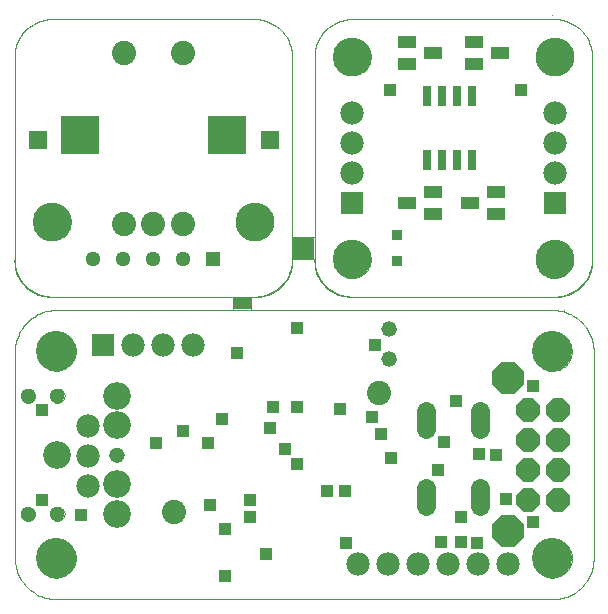
<source format=gbs>
G75*
G70*
%OFA0B0*%
%FSLAX24Y24*%
%IPPOS*%
%LPD*%
%AMOC8*
5,1,8,0,0,1.08239X$1,22.5*
%
%ADD10C,0.0000*%
%ADD11R,0.0750X0.0750*%
%ADD12R,0.0591X0.0443*%
%ADD13C,0.0000*%
%ADD14C,0.0926*%
%ADD15C,0.0512*%
%ADD16OC8,0.0780*%
%ADD17C,0.0808*%
%ADD18C,0.0520*%
%ADD19R,0.0780X0.0780*%
%ADD20C,0.0780*%
%ADD21C,0.0631*%
%ADD22C,0.1340*%
%ADD23OC8,0.1040*%
%ADD24R,0.0396X0.0396*%
%ADD25C,0.0000*%
%ADD26C,0.1290*%
%ADD27C,0.0808*%
%ADD28R,0.1306X0.1306*%
%ADD29R,0.0512X0.0512*%
%ADD30C,0.0512*%
%ADD31R,0.0640X0.0640*%
%ADD32C,0.0000*%
%ADD33C,0.1290*%
%ADD34R,0.0780X0.0780*%
%ADD35C,0.0780*%
%ADD36R,0.0276X0.0650*%
%ADD37R,0.0591X0.0434*%
%ADD38R,0.0355X0.0355*%
%ADD39R,0.0396X0.0396*%
D10*
X001489Y001583D02*
X001492Y001583D01*
X018027Y001583D01*
X018030Y001583D01*
X018027Y001583D02*
X018099Y001585D01*
X018171Y001591D01*
X018243Y001600D01*
X018314Y001613D01*
X018384Y001630D01*
X018453Y001650D01*
X018521Y001675D01*
X018587Y001702D01*
X018653Y001733D01*
X018716Y001768D01*
X018778Y001805D01*
X018837Y001846D01*
X018894Y001890D01*
X018949Y001937D01*
X019001Y001987D01*
X019051Y002039D01*
X019098Y002094D01*
X019142Y002151D01*
X019183Y002210D01*
X019220Y002272D01*
X019255Y002335D01*
X019286Y002401D01*
X019313Y002467D01*
X019338Y002535D01*
X019358Y002604D01*
X019375Y002674D01*
X019388Y002745D01*
X019397Y002817D01*
X019403Y002889D01*
X019405Y002961D01*
X019405Y009851D01*
X019403Y009923D01*
X019397Y009995D01*
X019388Y010067D01*
X019375Y010138D01*
X019358Y010208D01*
X019338Y010277D01*
X019313Y010345D01*
X019286Y010411D01*
X019255Y010477D01*
X019220Y010540D01*
X019183Y010602D01*
X019142Y010661D01*
X019098Y010718D01*
X019051Y010773D01*
X019001Y010825D01*
X018949Y010875D01*
X018894Y010922D01*
X018837Y010966D01*
X018778Y011007D01*
X018716Y011044D01*
X018653Y011079D01*
X018587Y011110D01*
X018521Y011137D01*
X018453Y011162D01*
X018384Y011182D01*
X018314Y011199D01*
X018243Y011212D01*
X018171Y011221D01*
X018099Y011227D01*
X018027Y011229D01*
X007988Y011229D01*
X007988Y011672D01*
X008100Y011672D01*
X007397Y011672D02*
X007397Y011229D01*
X001492Y011229D01*
X001489Y011229D01*
X001350Y011672D02*
X007397Y011672D01*
X008100Y011672D02*
X008166Y011670D01*
X008232Y011672D01*
X008298Y011678D01*
X008364Y011687D01*
X008429Y011700D01*
X008494Y011717D01*
X008557Y011737D01*
X008619Y011761D01*
X008679Y011788D01*
X008738Y011819D01*
X008796Y011853D01*
X008851Y011890D01*
X008904Y011930D01*
X008954Y011973D01*
X009003Y012018D01*
X009048Y012067D01*
X009091Y012117D01*
X009131Y012170D01*
X009168Y012225D01*
X009202Y012283D01*
X009233Y012342D01*
X009260Y012402D01*
X009284Y012464D01*
X009304Y012527D01*
X009321Y012592D01*
X009334Y012657D01*
X009343Y012723D01*
X009349Y012789D01*
X009351Y012855D01*
X009349Y012921D01*
X009350Y012922D02*
X010100Y012922D01*
X010100Y013672D02*
X010100Y019672D01*
X009350Y019672D02*
X009350Y013672D01*
X010100Y013672D01*
X010100Y012922D02*
X010102Y012854D01*
X010107Y012787D01*
X010116Y012720D01*
X010129Y012653D01*
X010146Y012588D01*
X010165Y012523D01*
X010189Y012459D01*
X010216Y012397D01*
X010246Y012336D01*
X010279Y012278D01*
X010315Y012221D01*
X010355Y012166D01*
X010397Y012113D01*
X010443Y012062D01*
X010490Y012015D01*
X010541Y011969D01*
X010594Y011927D01*
X010649Y011887D01*
X010706Y011851D01*
X010764Y011818D01*
X010825Y011788D01*
X010887Y011761D01*
X010951Y011737D01*
X011016Y011718D01*
X011081Y011701D01*
X011148Y011688D01*
X011215Y011679D01*
X011282Y011674D01*
X011350Y011672D01*
X018100Y011672D01*
X018421Y011229D02*
X018424Y011229D01*
X018100Y011672D02*
X018166Y011670D01*
X018232Y011672D01*
X018298Y011678D01*
X018364Y011687D01*
X018429Y011700D01*
X018494Y011717D01*
X018557Y011737D01*
X018619Y011761D01*
X018679Y011788D01*
X018738Y011819D01*
X018796Y011853D01*
X018851Y011890D01*
X018904Y011930D01*
X018954Y011973D01*
X019003Y012018D01*
X019048Y012067D01*
X019091Y012117D01*
X019131Y012170D01*
X019168Y012225D01*
X019202Y012283D01*
X019233Y012342D01*
X019260Y012402D01*
X019284Y012464D01*
X019304Y012527D01*
X019321Y012592D01*
X019334Y012657D01*
X019343Y012723D01*
X019349Y012789D01*
X019351Y012855D01*
X019349Y012921D01*
X019350Y012922D02*
X019350Y019672D01*
X019348Y019740D01*
X019343Y019807D01*
X019334Y019874D01*
X019321Y019941D01*
X019304Y020006D01*
X019285Y020071D01*
X019261Y020135D01*
X019234Y020197D01*
X019204Y020258D01*
X019171Y020316D01*
X019135Y020373D01*
X019095Y020428D01*
X019053Y020481D01*
X019007Y020532D01*
X018960Y020579D01*
X018909Y020625D01*
X018856Y020667D01*
X018801Y020707D01*
X018744Y020743D01*
X018686Y020776D01*
X018625Y020806D01*
X018563Y020833D01*
X018499Y020857D01*
X018434Y020876D01*
X018369Y020893D01*
X018302Y020906D01*
X018235Y020915D01*
X018168Y020920D01*
X018100Y020922D01*
X018137Y020922D02*
X011350Y020922D01*
X011282Y020920D01*
X011215Y020915D01*
X011148Y020906D01*
X011081Y020893D01*
X011016Y020876D01*
X010951Y020857D01*
X010887Y020833D01*
X010825Y020806D01*
X010764Y020776D01*
X010706Y020743D01*
X010649Y020707D01*
X010594Y020667D01*
X010541Y020625D01*
X010490Y020579D01*
X010443Y020532D01*
X010397Y020481D01*
X010355Y020428D01*
X010315Y020373D01*
X010279Y020316D01*
X010246Y020258D01*
X010216Y020197D01*
X010189Y020135D01*
X010165Y020071D01*
X010146Y020006D01*
X010129Y019941D01*
X010116Y019874D01*
X010107Y019807D01*
X010102Y019740D01*
X010100Y019672D01*
X009350Y019672D02*
X009348Y019740D01*
X009343Y019807D01*
X009334Y019874D01*
X009321Y019941D01*
X009304Y020006D01*
X009285Y020071D01*
X009261Y020135D01*
X009234Y020197D01*
X009204Y020258D01*
X009171Y020316D01*
X009135Y020373D01*
X009095Y020428D01*
X009053Y020481D01*
X009007Y020532D01*
X008960Y020579D01*
X008909Y020625D01*
X008856Y020667D01*
X008801Y020707D01*
X008744Y020743D01*
X008686Y020776D01*
X008625Y020806D01*
X008563Y020833D01*
X008499Y020857D01*
X008434Y020876D01*
X008369Y020893D01*
X008302Y020906D01*
X008235Y020915D01*
X008168Y020920D01*
X008100Y020922D01*
X001350Y020922D01*
X001282Y020920D01*
X001215Y020915D01*
X001148Y020906D01*
X001081Y020893D01*
X001016Y020876D01*
X000951Y020857D01*
X000887Y020833D01*
X000825Y020806D01*
X000764Y020776D01*
X000706Y020743D01*
X000649Y020707D01*
X000594Y020667D01*
X000541Y020625D01*
X000490Y020579D01*
X000443Y020532D01*
X000397Y020481D01*
X000355Y020428D01*
X000315Y020373D01*
X000279Y020316D01*
X000246Y020258D01*
X000216Y020197D01*
X000189Y020135D01*
X000165Y020071D01*
X000146Y020006D01*
X000129Y019941D01*
X000116Y019874D01*
X000107Y019807D01*
X000102Y019740D01*
X000100Y019672D01*
X000100Y012922D01*
X000102Y012854D01*
X000107Y012787D01*
X000116Y012720D01*
X000129Y012653D01*
X000146Y012588D01*
X000165Y012523D01*
X000189Y012459D01*
X000216Y012397D01*
X000246Y012336D01*
X000279Y012278D01*
X000315Y012221D01*
X000355Y012166D01*
X000397Y012113D01*
X000443Y012062D01*
X000490Y012015D01*
X000541Y011969D01*
X000594Y011927D01*
X000649Y011887D01*
X000706Y011851D01*
X000764Y011818D01*
X000825Y011788D01*
X000887Y011761D01*
X000951Y011737D01*
X001016Y011718D01*
X001081Y011701D01*
X001148Y011688D01*
X001215Y011679D01*
X001282Y011674D01*
X001350Y011672D01*
X001492Y011229D02*
X001420Y011227D01*
X001348Y011221D01*
X001276Y011212D01*
X001205Y011199D01*
X001135Y011182D01*
X001066Y011162D01*
X000998Y011137D01*
X000932Y011110D01*
X000866Y011079D01*
X000803Y011044D01*
X000741Y011007D01*
X000682Y010966D01*
X000625Y010922D01*
X000570Y010875D01*
X000518Y010825D01*
X000468Y010773D01*
X000421Y010718D01*
X000377Y010661D01*
X000336Y010602D01*
X000299Y010540D01*
X000264Y010477D01*
X000233Y010411D01*
X000206Y010345D01*
X000181Y010277D01*
X000161Y010208D01*
X000144Y010138D01*
X000131Y010067D01*
X000122Y009995D01*
X000116Y009923D01*
X000114Y009851D01*
X000114Y009854D01*
X000114Y009851D02*
X000114Y003001D01*
X000114Y002958D01*
X000113Y003001D02*
X000114Y002928D01*
X000119Y002854D01*
X000127Y002782D01*
X000140Y002710D01*
X000156Y002638D01*
X000175Y002568D01*
X000199Y002498D01*
X000226Y002430D01*
X000257Y002364D01*
X000291Y002299D01*
X000328Y002236D01*
X000369Y002175D01*
X000412Y002117D01*
X000459Y002060D01*
X000509Y002006D01*
X000561Y001955D01*
X000616Y001907D01*
X000673Y001862D01*
X000733Y001819D01*
X000795Y001780D01*
X000859Y001744D01*
X000924Y001712D01*
X000992Y001683D01*
X001060Y001658D01*
X001130Y001636D01*
X001201Y001618D01*
X001273Y001603D01*
X001345Y001593D01*
X001418Y001586D01*
X001491Y001583D01*
X018027Y021072D02*
X018030Y021072D01*
D11*
X009725Y013297D03*
D12*
X007693Y011450D03*
D13*
X1489Y1583D02*
X1492Y1583D01*
X18027Y1583D01*
X18030Y1583D01*
X17380Y2958D02*
X17382Y3008D01*
X17388Y3058D01*
X17398Y3108D01*
X17411Y3156D01*
X17428Y3204D01*
X17449Y3250D01*
X17473Y3294D01*
X17501Y3336D01*
X17532Y3376D01*
X17566Y3413D01*
X17603Y3448D01*
X17642Y3479D01*
X17683Y3508D01*
X17727Y3533D01*
X17773Y3555D01*
X17820Y3573D01*
X17868Y3587D01*
X17917Y3598D01*
X17967Y3605D01*
X18017Y3608D01*
X18068Y3607D01*
X18118Y3602D01*
X18168Y3593D01*
X18216Y3581D01*
X18264Y3564D01*
X18310Y3544D01*
X18355Y3521D01*
X18398Y3494D01*
X18438Y3464D01*
X18476Y3431D01*
X18511Y3395D01*
X18544Y3356D01*
X18573Y3315D01*
X18599Y3272D01*
X18622Y3227D01*
X18641Y3180D01*
X18656Y3132D01*
X18668Y3083D01*
X18676Y3033D01*
X18680Y2983D01*
X18680Y2933D01*
X18676Y2883D01*
X18668Y2833D01*
X18656Y2784D01*
X18641Y2736D01*
X18622Y2689D01*
X18599Y2644D01*
X18573Y2601D01*
X18544Y2560D01*
X18511Y2521D01*
X18476Y2485D01*
X18438Y2452D01*
X18398Y2422D01*
X18355Y2395D01*
X18310Y2372D01*
X18264Y2352D01*
X18216Y2335D01*
X18168Y2323D01*
X18118Y2314D01*
X18068Y2309D01*
X18017Y2308D01*
X17967Y2311D01*
X17917Y2318D01*
X17868Y2329D01*
X17820Y2343D01*
X17773Y2361D01*
X17727Y2383D01*
X17683Y2408D01*
X17642Y2437D01*
X17603Y2468D01*
X17566Y2503D01*
X17532Y2540D01*
X17501Y2580D01*
X17473Y2622D01*
X17449Y2666D01*
X17428Y2712D01*
X17411Y2760D01*
X17398Y2808D01*
X17388Y2858D01*
X17382Y2908D01*
X17380Y2958D01*
X18027Y1583D02*
X18099Y1585D01*
X18171Y1591D01*
X18243Y1600D01*
X18314Y1613D01*
X18384Y1630D01*
X18453Y1650D01*
X18521Y1675D01*
X18587Y1702D01*
X18653Y1733D01*
X18716Y1768D01*
X18778Y1805D01*
X18837Y1846D01*
X18894Y1890D01*
X18949Y1937D01*
X19001Y1987D01*
X19051Y2039D01*
X19098Y2094D01*
X19142Y2151D01*
X19183Y2210D01*
X19220Y2272D01*
X19255Y2335D01*
X19286Y2401D01*
X19313Y2467D01*
X19338Y2535D01*
X19358Y2604D01*
X19375Y2674D01*
X19388Y2745D01*
X19397Y2817D01*
X19403Y2889D01*
X19405Y2961D01*
X19405Y9851D01*
X17377Y9851D02*
X17379Y9901D01*
X17385Y9951D01*
X17395Y10001D01*
X17408Y10049D01*
X17425Y10097D01*
X17446Y10143D01*
X17470Y10187D01*
X17498Y10229D01*
X17529Y10269D01*
X17563Y10306D01*
X17600Y10341D01*
X17639Y10372D01*
X17680Y10401D01*
X17724Y10426D01*
X17770Y10448D01*
X17817Y10466D01*
X17865Y10480D01*
X17914Y10491D01*
X17964Y10498D01*
X18014Y10501D01*
X18065Y10500D01*
X18115Y10495D01*
X18165Y10486D01*
X18213Y10474D01*
X18261Y10457D01*
X18307Y10437D01*
X18352Y10414D01*
X18395Y10387D01*
X18435Y10357D01*
X18473Y10324D01*
X18508Y10288D01*
X18541Y10249D01*
X18570Y10208D01*
X18596Y10165D01*
X18619Y10120D01*
X18638Y10073D01*
X18653Y10025D01*
X18665Y9976D01*
X18673Y9926D01*
X18677Y9876D01*
X18677Y9826D01*
X18673Y9776D01*
X18665Y9726D01*
X18653Y9677D01*
X18638Y9629D01*
X18619Y9582D01*
X18596Y9537D01*
X18570Y9494D01*
X18541Y9453D01*
X18508Y9414D01*
X18473Y9378D01*
X18435Y9345D01*
X18395Y9315D01*
X18352Y9288D01*
X18307Y9265D01*
X18261Y9245D01*
X18213Y9228D01*
X18165Y9216D01*
X18115Y9207D01*
X18065Y9202D01*
X18014Y9201D01*
X17964Y9204D01*
X17914Y9211D01*
X17865Y9222D01*
X17817Y9236D01*
X17770Y9254D01*
X17724Y9276D01*
X17680Y9301D01*
X17639Y9330D01*
X17600Y9361D01*
X17563Y9396D01*
X17529Y9433D01*
X17498Y9473D01*
X17470Y9515D01*
X17446Y9559D01*
X17425Y9605D01*
X17408Y9653D01*
X17395Y9701D01*
X17385Y9751D01*
X17379Y9801D01*
X17377Y9851D01*
X18027Y11229D02*
X18099Y11227D01*
X18171Y11221D01*
X18243Y11212D01*
X18314Y11199D01*
X18384Y11182D01*
X18453Y11162D01*
X18521Y11137D01*
X18587Y11110D01*
X18653Y11079D01*
X18716Y11044D01*
X18778Y11007D01*
X18837Y10966D01*
X18894Y10922D01*
X18949Y10875D01*
X19001Y10825D01*
X19051Y10773D01*
X19098Y10718D01*
X19142Y10661D01*
X19183Y10602D01*
X19220Y10540D01*
X19255Y10477D01*
X19286Y10411D01*
X19313Y10345D01*
X19338Y10277D01*
X19358Y10208D01*
X19375Y10138D01*
X19388Y10067D01*
X19397Y9995D01*
X19403Y9923D01*
X19405Y9851D01*
X18027Y11229D02*
X1492Y11229D01*
X839Y9854D02*
X841Y9904D01*
X847Y9954D01*
X857Y10004D01*
X870Y10052D01*
X887Y10100D01*
X908Y10146D01*
X932Y10190D01*
X960Y10232D01*
X991Y10272D01*
X1025Y10309D01*
X1062Y10344D01*
X1101Y10375D01*
X1142Y10404D01*
X1186Y10429D01*
X1232Y10451D01*
X1279Y10469D01*
X1327Y10483D01*
X1376Y10494D01*
X1426Y10501D01*
X1476Y10504D01*
X1527Y10503D01*
X1577Y10498D01*
X1627Y10489D01*
X1675Y10477D01*
X1723Y10460D01*
X1769Y10440D01*
X1814Y10417D01*
X1857Y10390D01*
X1897Y10360D01*
X1935Y10327D01*
X1970Y10291D01*
X2003Y10252D01*
X2032Y10211D01*
X2058Y10168D01*
X2081Y10123D01*
X2100Y10076D01*
X2115Y10028D01*
X2127Y9979D01*
X2135Y9929D01*
X2139Y9879D01*
X2139Y9829D01*
X2135Y9779D01*
X2127Y9729D01*
X2115Y9680D01*
X2100Y9632D01*
X2081Y9585D01*
X2058Y9540D01*
X2032Y9497D01*
X2003Y9456D01*
X1970Y9417D01*
X1935Y9381D01*
X1897Y9348D01*
X1857Y9318D01*
X1814Y9291D01*
X1769Y9268D01*
X1723Y9248D01*
X1675Y9231D01*
X1627Y9219D01*
X1577Y9210D01*
X1527Y9205D01*
X1476Y9204D01*
X1426Y9207D01*
X1376Y9214D01*
X1327Y9225D01*
X1279Y9239D01*
X1232Y9257D01*
X1186Y9279D01*
X1142Y9304D01*
X1101Y9333D01*
X1062Y9364D01*
X1025Y9399D01*
X991Y9436D01*
X960Y9476D01*
X932Y9518D01*
X908Y9562D01*
X887Y9608D01*
X870Y9656D01*
X857Y9704D01*
X847Y9754D01*
X841Y9804D01*
X839Y9854D01*
X114Y9851D02*
X116Y9923D01*
X122Y9995D01*
X131Y10067D01*
X144Y10138D01*
X161Y10208D01*
X181Y10277D01*
X206Y10345D01*
X233Y10411D01*
X264Y10477D01*
X299Y10540D01*
X336Y10602D01*
X377Y10661D01*
X421Y10718D01*
X468Y10773D01*
X518Y10825D01*
X570Y10875D01*
X625Y10922D01*
X682Y10966D01*
X741Y11007D01*
X803Y11044D01*
X866Y11079D01*
X932Y11110D01*
X998Y11137D01*
X1066Y11162D01*
X1135Y11182D01*
X1205Y11199D01*
X1276Y11212D01*
X1348Y11221D01*
X1420Y11227D01*
X1492Y11229D01*
X114Y9854D02*
X114Y9851D01*
X114Y3001D01*
X114Y2958D01*
X839Y2958D02*
X841Y3008D01*
X847Y3058D01*
X857Y3108D01*
X870Y3156D01*
X887Y3204D01*
X908Y3250D01*
X932Y3294D01*
X960Y3336D01*
X991Y3376D01*
X1025Y3413D01*
X1062Y3448D01*
X1101Y3479D01*
X1142Y3508D01*
X1186Y3533D01*
X1232Y3555D01*
X1279Y3573D01*
X1327Y3587D01*
X1376Y3598D01*
X1426Y3605D01*
X1476Y3608D01*
X1527Y3607D01*
X1577Y3602D01*
X1627Y3593D01*
X1675Y3581D01*
X1723Y3564D01*
X1769Y3544D01*
X1814Y3521D01*
X1857Y3494D01*
X1897Y3464D01*
X1935Y3431D01*
X1970Y3395D01*
X2003Y3356D01*
X2032Y3315D01*
X2058Y3272D01*
X2081Y3227D01*
X2100Y3180D01*
X2115Y3132D01*
X2127Y3083D01*
X2135Y3033D01*
X2139Y2983D01*
X2139Y2933D01*
X2135Y2883D01*
X2127Y2833D01*
X2115Y2784D01*
X2100Y2736D01*
X2081Y2689D01*
X2058Y2644D01*
X2032Y2601D01*
X2003Y2560D01*
X1970Y2521D01*
X1935Y2485D01*
X1897Y2452D01*
X1857Y2422D01*
X1814Y2395D01*
X1769Y2372D01*
X1723Y2352D01*
X1675Y2335D01*
X1627Y2323D01*
X1577Y2314D01*
X1527Y2309D01*
X1476Y2308D01*
X1426Y2311D01*
X1376Y2318D01*
X1327Y2329D01*
X1279Y2343D01*
X1232Y2361D01*
X1186Y2383D01*
X1142Y2408D01*
X1101Y2437D01*
X1062Y2468D01*
X1025Y2503D01*
X991Y2540D01*
X960Y2580D01*
X932Y2622D01*
X908Y2666D01*
X887Y2712D01*
X870Y2760D01*
X857Y2808D01*
X847Y2858D01*
X841Y2908D01*
X839Y2958D01*
X113Y3001D02*
X114Y2928D01*
X119Y2854D01*
X127Y2782D01*
X140Y2710D01*
X156Y2638D01*
X175Y2568D01*
X199Y2498D01*
X226Y2430D01*
X257Y2364D01*
X291Y2299D01*
X328Y2236D01*
X369Y2175D01*
X412Y2117D01*
X459Y2060D01*
X509Y2006D01*
X561Y1955D01*
X616Y1907D01*
X673Y1862D01*
X733Y1819D01*
X795Y1780D01*
X859Y1744D01*
X924Y1712D01*
X992Y1683D01*
X1060Y1658D01*
X1130Y1636D01*
X1201Y1618D01*
X1273Y1603D01*
X1345Y1593D01*
X1418Y1586D01*
X1491Y1583D01*
X1295Y4434D02*
X1297Y4464D01*
X1303Y4494D01*
X1312Y4523D01*
X1325Y4550D01*
X1342Y4575D01*
X1361Y4598D01*
X1384Y4619D01*
X1409Y4636D01*
X1435Y4650D01*
X1464Y4660D01*
X1493Y4667D01*
X1523Y4670D01*
X1554Y4669D01*
X1584Y4664D01*
X1613Y4655D01*
X1640Y4643D01*
X1666Y4628D01*
X1690Y4609D01*
X1711Y4587D01*
X1729Y4563D01*
X1744Y4536D01*
X1755Y4508D01*
X1763Y4479D01*
X1767Y4449D01*
X1767Y4419D01*
X1763Y4389D01*
X1755Y4360D01*
X1744Y4332D01*
X1729Y4305D01*
X1711Y4281D01*
X1690Y4259D01*
X1666Y4240D01*
X1640Y4225D01*
X1613Y4213D01*
X1584Y4204D01*
X1554Y4199D01*
X1523Y4198D01*
X1493Y4201D01*
X1464Y4208D01*
X1435Y4218D01*
X1409Y4232D01*
X1384Y4249D01*
X1361Y4270D01*
X1342Y4293D01*
X1325Y4318D01*
X1312Y4345D01*
X1303Y4374D01*
X1297Y4404D01*
X1295Y4434D01*
X311Y4434D02*
X313Y4464D01*
X319Y4494D01*
X328Y4523D01*
X341Y4550D01*
X358Y4575D01*
X377Y4598D01*
X400Y4619D01*
X425Y4636D01*
X451Y4650D01*
X480Y4660D01*
X509Y4667D01*
X539Y4670D01*
X570Y4669D01*
X600Y4664D01*
X629Y4655D01*
X656Y4643D01*
X682Y4628D01*
X706Y4609D01*
X727Y4587D01*
X745Y4563D01*
X760Y4536D01*
X771Y4508D01*
X779Y4479D01*
X783Y4449D01*
X783Y4419D01*
X779Y4389D01*
X771Y4360D01*
X760Y4332D01*
X745Y4305D01*
X727Y4281D01*
X706Y4259D01*
X682Y4240D01*
X656Y4225D01*
X629Y4213D01*
X600Y4204D01*
X570Y4199D01*
X539Y4198D01*
X509Y4201D01*
X480Y4208D01*
X451Y4218D01*
X425Y4232D01*
X400Y4249D01*
X377Y4270D01*
X358Y4293D01*
X341Y4318D01*
X328Y4345D01*
X319Y4374D01*
X313Y4404D01*
X311Y4434D01*
X3264Y6402D02*
X3266Y6432D01*
X3272Y6462D01*
X3281Y6491D01*
X3294Y6518D01*
X3311Y6543D01*
X3330Y6566D01*
X3353Y6587D01*
X3378Y6604D01*
X3404Y6618D01*
X3433Y6628D01*
X3462Y6635D01*
X3492Y6638D01*
X3523Y6637D01*
X3553Y6632D01*
X3582Y6623D01*
X3609Y6611D01*
X3635Y6596D01*
X3659Y6577D01*
X3680Y6555D01*
X3698Y6531D01*
X3713Y6504D01*
X3724Y6476D01*
X3732Y6447D01*
X3736Y6417D01*
X3736Y6387D01*
X3732Y6357D01*
X3724Y6328D01*
X3713Y6300D01*
X3698Y6273D01*
X3680Y6249D01*
X3659Y6227D01*
X3635Y6208D01*
X3609Y6193D01*
X3582Y6181D01*
X3553Y6172D01*
X3523Y6167D01*
X3492Y6166D01*
X3462Y6169D01*
X3433Y6176D01*
X3404Y6186D01*
X3378Y6200D01*
X3353Y6217D01*
X3330Y6238D01*
X3311Y6261D01*
X3294Y6286D01*
X3281Y6313D01*
X3272Y6342D01*
X3266Y6372D01*
X3264Y6402D01*
X1295Y8371D02*
X1297Y8401D01*
X1303Y8431D01*
X1312Y8460D01*
X1325Y8487D01*
X1342Y8512D01*
X1361Y8535D01*
X1384Y8556D01*
X1409Y8573D01*
X1435Y8587D01*
X1464Y8597D01*
X1493Y8604D01*
X1523Y8607D01*
X1554Y8606D01*
X1584Y8601D01*
X1613Y8592D01*
X1640Y8580D01*
X1666Y8565D01*
X1690Y8546D01*
X1711Y8524D01*
X1729Y8500D01*
X1744Y8473D01*
X1755Y8445D01*
X1763Y8416D01*
X1767Y8386D01*
X1767Y8356D01*
X1763Y8326D01*
X1755Y8297D01*
X1744Y8269D01*
X1729Y8242D01*
X1711Y8218D01*
X1690Y8196D01*
X1666Y8177D01*
X1640Y8162D01*
X1613Y8150D01*
X1584Y8141D01*
X1554Y8136D01*
X1523Y8135D01*
X1493Y8138D01*
X1464Y8145D01*
X1435Y8155D01*
X1409Y8169D01*
X1384Y8186D01*
X1361Y8207D01*
X1342Y8230D01*
X1325Y8255D01*
X1312Y8282D01*
X1303Y8311D01*
X1297Y8341D01*
X1295Y8371D01*
X311Y8371D02*
X313Y8401D01*
X319Y8431D01*
X328Y8460D01*
X341Y8487D01*
X358Y8512D01*
X377Y8535D01*
X400Y8556D01*
X425Y8573D01*
X451Y8587D01*
X480Y8597D01*
X509Y8604D01*
X539Y8607D01*
X570Y8606D01*
X600Y8601D01*
X629Y8592D01*
X656Y8580D01*
X682Y8565D01*
X706Y8546D01*
X727Y8524D01*
X745Y8500D01*
X760Y8473D01*
X771Y8445D01*
X779Y8416D01*
X783Y8386D01*
X783Y8356D01*
X779Y8326D01*
X771Y8297D01*
X760Y8269D01*
X745Y8242D01*
X727Y8218D01*
X706Y8196D01*
X682Y8177D01*
X656Y8162D01*
X629Y8150D01*
X600Y8141D01*
X570Y8136D01*
X539Y8135D01*
X509Y8138D01*
X480Y8145D01*
X451Y8155D01*
X425Y8169D01*
X400Y8186D01*
X377Y8207D01*
X358Y8230D01*
X341Y8255D01*
X328Y8282D01*
X319Y8311D01*
X313Y8341D01*
X311Y8371D01*
D14*
X3500Y8371D03*
X3500Y7386D03*
X1531Y6402D03*
X3500Y5418D03*
X3500Y4434D03*
D15*
X1531Y4434D03*
X547Y4434D03*
X3500Y6402D03*
X1531Y8371D03*
X547Y8371D03*
D16*
X17228Y7899D03*
X18228Y7899D03*
X18228Y6899D03*
X17228Y6899D03*
X17228Y5899D03*
X18228Y5899D03*
X18228Y4899D03*
X17228Y4899D03*
D17*
X12233Y8449D03*
X5414Y4512D03*
D18*
X12592Y9612D03*
X12592Y10612D03*
D19*
X3058Y10062D03*
D20*
X4058Y10062D03*
X5058Y10062D03*
X6058Y10062D03*
X2534Y7373D03*
X2534Y6373D03*
X2534Y5373D03*
X11545Y2759D03*
X12545Y2759D03*
X13545Y2759D03*
X14545Y2759D03*
X15545Y2759D03*
X16545Y2759D03*
D21*
X15600Y4708D02*
X15600Y5299D01*
X13828Y5299D02*
X13828Y4708D01*
X13828Y7267D02*
X13828Y7858D01*
X15600Y7858D02*
X15600Y7267D01*
D22*
X18027Y9851D03*
X18030Y2958D03*
X1489Y2958D03*
X1489Y9854D03*
D23*
X16551Y8965D03*
X16551Y3847D03*
D24*
X17370Y4154D03*
X16484Y4941D03*
X14976Y4339D03*
X14968Y3485D03*
X15500Y3465D03*
X14320Y3483D03*
X11137Y3453D03*
X8468Y3112D03*
X7102Y2371D03*
X7102Y3945D03*
X7941Y4339D03*
X7939Y4880D03*
X6614Y4733D03*
X9514Y6083D03*
X9114Y6583D03*
X8614Y7283D03*
X8714Y7983D03*
X9514Y7983D03*
X10964Y7933D03*
X12007Y7677D03*
X12309Y7086D03*
X12651Y6289D03*
X14214Y5883D03*
X15598Y6418D03*
X16136Y6407D03*
X14414Y6833D03*
X14814Y8183D03*
X17370Y8682D03*
X12114Y10078D03*
X9514Y10633D03*
X7517Y9780D03*
X7014Y7583D03*
X5714Y7183D03*
X6564Y6783D03*
X4814Y6783D03*
X1014Y7883D03*
X1014Y4883D03*
X2301Y4396D03*
X10514Y5183D03*
X11114Y5183D03*
D25*
X1350Y11672D02*
X8100Y11672D01*
X8168Y11674D01*
X8235Y11679D01*
X8302Y11688D01*
X8369Y11701D01*
X8434Y11718D01*
X8499Y11737D01*
X8563Y11761D01*
X8625Y11788D01*
X8686Y11818D01*
X8744Y11851D01*
X8801Y11887D01*
X8856Y11927D01*
X8909Y11969D01*
X8960Y12015D01*
X9007Y12062D01*
X9053Y12113D01*
X9095Y12166D01*
X9135Y12221D01*
X9171Y12278D01*
X9204Y12336D01*
X9234Y12397D01*
X9261Y12459D01*
X9285Y12523D01*
X9304Y12588D01*
X9321Y12653D01*
X9334Y12720D01*
X9343Y12787D01*
X9348Y12854D01*
X9350Y12922D01*
X9350Y19672D01*
X9348Y19740D01*
X9343Y19807D01*
X9334Y19874D01*
X9321Y19941D01*
X9304Y20006D01*
X9285Y20071D01*
X9261Y20135D01*
X9234Y20197D01*
X9204Y20258D01*
X9171Y20316D01*
X9135Y20373D01*
X9095Y20428D01*
X9053Y20481D01*
X9007Y20532D01*
X8960Y20579D01*
X8909Y20625D01*
X8856Y20667D01*
X8801Y20707D01*
X8744Y20743D01*
X8686Y20776D01*
X8625Y20806D01*
X8563Y20833D01*
X8499Y20857D01*
X8434Y20876D01*
X8369Y20893D01*
X8302Y20906D01*
X8235Y20915D01*
X8168Y20920D01*
X8100Y20922D01*
X1350Y20922D01*
X1282Y20920D01*
X1215Y20915D01*
X1148Y20906D01*
X1081Y20893D01*
X1016Y20876D01*
X951Y20857D01*
X887Y20833D01*
X825Y20806D01*
X764Y20776D01*
X706Y20743D01*
X649Y20707D01*
X594Y20667D01*
X541Y20625D01*
X490Y20579D01*
X443Y20532D01*
X397Y20481D01*
X355Y20428D01*
X315Y20373D01*
X279Y20316D01*
X246Y20258D01*
X216Y20197D01*
X189Y20135D01*
X165Y20071D01*
X146Y20006D01*
X129Y19941D01*
X116Y19874D01*
X107Y19807D01*
X102Y19740D01*
X100Y19672D01*
X100Y12922D01*
X101Y12922D02*
X99Y12856D01*
X101Y12790D01*
X107Y12724D01*
X116Y12658D01*
X129Y12593D01*
X146Y12528D01*
X166Y12465D01*
X190Y12403D01*
X217Y12343D01*
X248Y12284D01*
X282Y12226D01*
X319Y12171D01*
X359Y12118D01*
X402Y12068D01*
X447Y12019D01*
X496Y11974D01*
X546Y11931D01*
X599Y11891D01*
X654Y11854D01*
X712Y11820D01*
X771Y11789D01*
X831Y11762D01*
X893Y11738D01*
X956Y11718D01*
X1021Y11701D01*
X1086Y11688D01*
X1152Y11679D01*
X1218Y11673D01*
X1284Y11671D01*
X1350Y11673D01*
X725Y14172D02*
X727Y14222D01*
X733Y14271D01*
X743Y14320D01*
X756Y14367D01*
X774Y14414D01*
X795Y14459D01*
X819Y14502D01*
X847Y14543D01*
X878Y14582D01*
X912Y14618D01*
X949Y14652D01*
X989Y14682D01*
X1030Y14709D01*
X1074Y14733D01*
X1119Y14753D01*
X1166Y14769D01*
X1214Y14782D01*
X1263Y14791D01*
X1313Y14796D01*
X1362Y14797D01*
X1412Y14794D01*
X1461Y14787D01*
X1510Y14776D01*
X1557Y14762D01*
X1603Y14743D01*
X1648Y14721D01*
X1691Y14696D01*
X1731Y14667D01*
X1769Y14635D01*
X1805Y14601D01*
X1838Y14563D01*
X1867Y14523D01*
X1893Y14481D01*
X1916Y14437D01*
X1935Y14391D01*
X1951Y14344D01*
X1963Y14295D01*
X1971Y14246D01*
X1975Y14197D01*
X1975Y14147D01*
X1971Y14098D01*
X1963Y14049D01*
X1951Y14000D01*
X1935Y13953D01*
X1916Y13907D01*
X1893Y13863D01*
X1867Y13821D01*
X1838Y13781D01*
X1805Y13743D01*
X1769Y13709D01*
X1731Y13677D01*
X1691Y13648D01*
X1648Y13623D01*
X1603Y13601D01*
X1557Y13582D01*
X1510Y13568D01*
X1461Y13557D01*
X1412Y13550D01*
X1362Y13547D01*
X1313Y13548D01*
X1263Y13553D01*
X1214Y13562D01*
X1166Y13575D01*
X1119Y13591D01*
X1074Y13611D01*
X1030Y13635D01*
X989Y13662D01*
X949Y13692D01*
X912Y13726D01*
X878Y13762D01*
X847Y13801D01*
X819Y13842D01*
X795Y13885D01*
X774Y13930D01*
X756Y13977D01*
X743Y14024D01*
X733Y14073D01*
X727Y14122D01*
X725Y14172D01*
X7475Y14172D02*
X7477Y14222D01*
X7483Y14271D01*
X7493Y14320D01*
X7506Y14367D01*
X7524Y14414D01*
X7545Y14459D01*
X7569Y14502D01*
X7597Y14543D01*
X7628Y14582D01*
X7662Y14618D01*
X7699Y14652D01*
X7739Y14682D01*
X7780Y14709D01*
X7824Y14733D01*
X7869Y14753D01*
X7916Y14769D01*
X7964Y14782D01*
X8013Y14791D01*
X8063Y14796D01*
X8112Y14797D01*
X8162Y14794D01*
X8211Y14787D01*
X8260Y14776D01*
X8307Y14762D01*
X8353Y14743D01*
X8398Y14721D01*
X8441Y14696D01*
X8481Y14667D01*
X8519Y14635D01*
X8555Y14601D01*
X8588Y14563D01*
X8617Y14523D01*
X8643Y14481D01*
X8666Y14437D01*
X8685Y14391D01*
X8701Y14344D01*
X8713Y14295D01*
X8721Y14246D01*
X8725Y14197D01*
X8725Y14147D01*
X8721Y14098D01*
X8713Y14049D01*
X8701Y14000D01*
X8685Y13953D01*
X8666Y13907D01*
X8643Y13863D01*
X8617Y13821D01*
X8588Y13781D01*
X8555Y13743D01*
X8519Y13709D01*
X8481Y13677D01*
X8441Y13648D01*
X8398Y13623D01*
X8353Y13601D01*
X8307Y13582D01*
X8260Y13568D01*
X8211Y13557D01*
X8162Y13550D01*
X8112Y13547D01*
X8063Y13548D01*
X8013Y13553D01*
X7964Y13562D01*
X7916Y13575D01*
X7869Y13591D01*
X7824Y13611D01*
X7780Y13635D01*
X7739Y13662D01*
X7699Y13692D01*
X7662Y13726D01*
X7628Y13762D01*
X7597Y13801D01*
X7569Y13842D01*
X7545Y13885D01*
X7524Y13930D01*
X7506Y13977D01*
X7493Y14024D01*
X7483Y14073D01*
X7477Y14122D01*
X7475Y14172D01*
D26*
X8100Y14172D03*
X1350Y14172D03*
D27*
X3741Y14094D03*
X4725Y14094D03*
X5709Y14094D03*
X5709Y19803D03*
X3741Y19803D03*
D28*
X2277Y17047D03*
X7173Y17047D03*
D29*
X6725Y12922D03*
D30*
X5725Y12922D03*
X4725Y12922D03*
X3725Y12922D03*
X2725Y12922D03*
D31*
X875Y16897D03*
X8625Y16897D03*
D32*
X10101Y12922D02*
X10099Y12856D01*
X10101Y12790D01*
X10107Y12724D01*
X10116Y12658D01*
X10129Y12593D01*
X10146Y12528D01*
X10166Y12465D01*
X10190Y12403D01*
X10217Y12343D01*
X10248Y12284D01*
X10282Y12226D01*
X10319Y12171D01*
X10359Y12118D01*
X10402Y12068D01*
X10447Y12019D01*
X10496Y11974D01*
X10546Y11931D01*
X10599Y11891D01*
X10654Y11854D01*
X10712Y11820D01*
X10771Y11789D01*
X10831Y11762D01*
X10893Y11738D01*
X10956Y11718D01*
X11021Y11701D01*
X11086Y11688D01*
X11152Y11679D01*
X11218Y11673D01*
X11284Y11671D01*
X11350Y11673D01*
X11350Y11672D02*
X18100Y11672D01*
X18168Y11674D01*
X18235Y11679D01*
X18302Y11688D01*
X18369Y11701D01*
X18434Y11718D01*
X18499Y11737D01*
X18563Y11761D01*
X18625Y11788D01*
X18686Y11818D01*
X18744Y11851D01*
X18801Y11887D01*
X18856Y11927D01*
X18909Y11969D01*
X18960Y12015D01*
X19007Y12062D01*
X19053Y12113D01*
X19095Y12166D01*
X19135Y12221D01*
X19171Y12278D01*
X19204Y12336D01*
X19234Y12397D01*
X19261Y12459D01*
X19285Y12523D01*
X19304Y12588D01*
X19321Y12653D01*
X19334Y12720D01*
X19343Y12787D01*
X19348Y12854D01*
X19350Y12922D01*
X19350Y19672D01*
X19348Y19740D01*
X19343Y19807D01*
X19334Y19874D01*
X19321Y19941D01*
X19304Y20006D01*
X19285Y20071D01*
X19261Y20135D01*
X19234Y20197D01*
X19204Y20258D01*
X19171Y20316D01*
X19135Y20373D01*
X19095Y20428D01*
X19053Y20481D01*
X19007Y20532D01*
X18960Y20579D01*
X18909Y20625D01*
X18856Y20667D01*
X18801Y20707D01*
X18744Y20743D01*
X18686Y20776D01*
X18625Y20806D01*
X18563Y20833D01*
X18499Y20857D01*
X18434Y20876D01*
X18369Y20893D01*
X18302Y20906D01*
X18235Y20915D01*
X18168Y20920D01*
X18100Y20922D01*
X11350Y20922D01*
X10725Y19672D02*
X10727Y19722D01*
X10733Y19771D01*
X10743Y19820D01*
X10756Y19867D01*
X10774Y19914D01*
X10795Y19959D01*
X10819Y20002D01*
X10847Y20043D01*
X10878Y20082D01*
X10912Y20118D01*
X10949Y20152D01*
X10989Y20182D01*
X11030Y20209D01*
X11074Y20233D01*
X11119Y20253D01*
X11166Y20269D01*
X11214Y20282D01*
X11263Y20291D01*
X11313Y20296D01*
X11362Y20297D01*
X11412Y20294D01*
X11461Y20287D01*
X11510Y20276D01*
X11557Y20262D01*
X11603Y20243D01*
X11648Y20221D01*
X11691Y20196D01*
X11731Y20167D01*
X11769Y20135D01*
X11805Y20101D01*
X11838Y20063D01*
X11867Y20023D01*
X11893Y19981D01*
X11916Y19937D01*
X11935Y19891D01*
X11951Y19844D01*
X11963Y19795D01*
X11971Y19746D01*
X11975Y19697D01*
X11975Y19647D01*
X11971Y19598D01*
X11963Y19549D01*
X11951Y19500D01*
X11935Y19453D01*
X11916Y19407D01*
X11893Y19363D01*
X11867Y19321D01*
X11838Y19281D01*
X11805Y19243D01*
X11769Y19209D01*
X11731Y19177D01*
X11691Y19148D01*
X11648Y19123D01*
X11603Y19101D01*
X11557Y19082D01*
X11510Y19068D01*
X11461Y19057D01*
X11412Y19050D01*
X11362Y19047D01*
X11313Y19048D01*
X11263Y19053D01*
X11214Y19062D01*
X11166Y19075D01*
X11119Y19091D01*
X11074Y19111D01*
X11030Y19135D01*
X10989Y19162D01*
X10949Y19192D01*
X10912Y19226D01*
X10878Y19262D01*
X10847Y19301D01*
X10819Y19342D01*
X10795Y19385D01*
X10774Y19430D01*
X10756Y19477D01*
X10743Y19524D01*
X10733Y19573D01*
X10727Y19622D01*
X10725Y19672D01*
X10100Y19672D02*
X10100Y12922D01*
X10725Y12922D02*
X10727Y12972D01*
X10733Y13021D01*
X10743Y13070D01*
X10756Y13117D01*
X10774Y13164D01*
X10795Y13209D01*
X10819Y13252D01*
X10847Y13293D01*
X10878Y13332D01*
X10912Y13368D01*
X10949Y13402D01*
X10989Y13432D01*
X11030Y13459D01*
X11074Y13483D01*
X11119Y13503D01*
X11166Y13519D01*
X11214Y13532D01*
X11263Y13541D01*
X11313Y13546D01*
X11362Y13547D01*
X11412Y13544D01*
X11461Y13537D01*
X11510Y13526D01*
X11557Y13512D01*
X11603Y13493D01*
X11648Y13471D01*
X11691Y13446D01*
X11731Y13417D01*
X11769Y13385D01*
X11805Y13351D01*
X11838Y13313D01*
X11867Y13273D01*
X11893Y13231D01*
X11916Y13187D01*
X11935Y13141D01*
X11951Y13094D01*
X11963Y13045D01*
X11971Y12996D01*
X11975Y12947D01*
X11975Y12897D01*
X11971Y12848D01*
X11963Y12799D01*
X11951Y12750D01*
X11935Y12703D01*
X11916Y12657D01*
X11893Y12613D01*
X11867Y12571D01*
X11838Y12531D01*
X11805Y12493D01*
X11769Y12459D01*
X11731Y12427D01*
X11691Y12398D01*
X11648Y12373D01*
X11603Y12351D01*
X11557Y12332D01*
X11510Y12318D01*
X11461Y12307D01*
X11412Y12300D01*
X11362Y12297D01*
X11313Y12298D01*
X11263Y12303D01*
X11214Y12312D01*
X11166Y12325D01*
X11119Y12341D01*
X11074Y12361D01*
X11030Y12385D01*
X10989Y12412D01*
X10949Y12442D01*
X10912Y12476D01*
X10878Y12512D01*
X10847Y12551D01*
X10819Y12592D01*
X10795Y12635D01*
X10774Y12680D01*
X10756Y12727D01*
X10743Y12774D01*
X10733Y12823D01*
X10727Y12872D01*
X10725Y12922D01*
X10100Y19672D02*
X10102Y19740D01*
X10107Y19807D01*
X10116Y19874D01*
X10129Y19941D01*
X10146Y20006D01*
X10165Y20071D01*
X10189Y20135D01*
X10216Y20197D01*
X10246Y20258D01*
X10279Y20316D01*
X10315Y20373D01*
X10355Y20428D01*
X10397Y20481D01*
X10443Y20532D01*
X10490Y20579D01*
X10541Y20625D01*
X10594Y20667D01*
X10649Y20707D01*
X10706Y20743D01*
X10764Y20776D01*
X10825Y20806D01*
X10887Y20833D01*
X10951Y20857D01*
X11016Y20876D01*
X11081Y20893D01*
X11148Y20906D01*
X11215Y20915D01*
X11282Y20920D01*
X11350Y20922D01*
X17475Y19672D02*
X17477Y19722D01*
X17483Y19771D01*
X17493Y19820D01*
X17506Y19867D01*
X17524Y19914D01*
X17545Y19959D01*
X17569Y20002D01*
X17597Y20043D01*
X17628Y20082D01*
X17662Y20118D01*
X17699Y20152D01*
X17739Y20182D01*
X17780Y20209D01*
X17824Y20233D01*
X17869Y20253D01*
X17916Y20269D01*
X17964Y20282D01*
X18013Y20291D01*
X18063Y20296D01*
X18112Y20297D01*
X18162Y20294D01*
X18211Y20287D01*
X18260Y20276D01*
X18307Y20262D01*
X18353Y20243D01*
X18398Y20221D01*
X18441Y20196D01*
X18481Y20167D01*
X18519Y20135D01*
X18555Y20101D01*
X18588Y20063D01*
X18617Y20023D01*
X18643Y19981D01*
X18666Y19937D01*
X18685Y19891D01*
X18701Y19844D01*
X18713Y19795D01*
X18721Y19746D01*
X18725Y19697D01*
X18725Y19647D01*
X18721Y19598D01*
X18713Y19549D01*
X18701Y19500D01*
X18685Y19453D01*
X18666Y19407D01*
X18643Y19363D01*
X18617Y19321D01*
X18588Y19281D01*
X18555Y19243D01*
X18519Y19209D01*
X18481Y19177D01*
X18441Y19148D01*
X18398Y19123D01*
X18353Y19101D01*
X18307Y19082D01*
X18260Y19068D01*
X18211Y19057D01*
X18162Y19050D01*
X18112Y19047D01*
X18063Y19048D01*
X18013Y19053D01*
X17964Y19062D01*
X17916Y19075D01*
X17869Y19091D01*
X17824Y19111D01*
X17780Y19135D01*
X17739Y19162D01*
X17699Y19192D01*
X17662Y19226D01*
X17628Y19262D01*
X17597Y19301D01*
X17569Y19342D01*
X17545Y19385D01*
X17524Y19430D01*
X17506Y19477D01*
X17493Y19524D01*
X17483Y19573D01*
X17477Y19622D01*
X17475Y19672D01*
X17475Y12922D02*
X17477Y12972D01*
X17483Y13021D01*
X17493Y13070D01*
X17506Y13117D01*
X17524Y13164D01*
X17545Y13209D01*
X17569Y13252D01*
X17597Y13293D01*
X17628Y13332D01*
X17662Y13368D01*
X17699Y13402D01*
X17739Y13432D01*
X17780Y13459D01*
X17824Y13483D01*
X17869Y13503D01*
X17916Y13519D01*
X17964Y13532D01*
X18013Y13541D01*
X18063Y13546D01*
X18112Y13547D01*
X18162Y13544D01*
X18211Y13537D01*
X18260Y13526D01*
X18307Y13512D01*
X18353Y13493D01*
X18398Y13471D01*
X18441Y13446D01*
X18481Y13417D01*
X18519Y13385D01*
X18555Y13351D01*
X18588Y13313D01*
X18617Y13273D01*
X18643Y13231D01*
X18666Y13187D01*
X18685Y13141D01*
X18701Y13094D01*
X18713Y13045D01*
X18721Y12996D01*
X18725Y12947D01*
X18725Y12897D01*
X18721Y12848D01*
X18713Y12799D01*
X18701Y12750D01*
X18685Y12703D01*
X18666Y12657D01*
X18643Y12613D01*
X18617Y12571D01*
X18588Y12531D01*
X18555Y12493D01*
X18519Y12459D01*
X18481Y12427D01*
X18441Y12398D01*
X18398Y12373D01*
X18353Y12351D01*
X18307Y12332D01*
X18260Y12318D01*
X18211Y12307D01*
X18162Y12300D01*
X18112Y12297D01*
X18063Y12298D01*
X18013Y12303D01*
X17964Y12312D01*
X17916Y12325D01*
X17869Y12341D01*
X17824Y12361D01*
X17780Y12385D01*
X17739Y12412D01*
X17699Y12442D01*
X17662Y12476D01*
X17628Y12512D01*
X17597Y12551D01*
X17569Y12592D01*
X17545Y12635D01*
X17524Y12680D01*
X17506Y12727D01*
X17493Y12774D01*
X17483Y12823D01*
X17477Y12872D01*
X17475Y12922D01*
D33*
X18100Y12922D03*
X18100Y19672D03*
X11350Y19672D03*
X11350Y12922D03*
D34*
X11350Y14797D03*
X18100Y14797D03*
D35*
X18100Y15797D03*
X18100Y16797D03*
X18100Y17797D03*
X11350Y17797D03*
X11350Y16797D03*
X11350Y15797D03*
D36*
X13850Y16230D03*
X14350Y16230D03*
X14850Y16230D03*
X15350Y16230D03*
X15350Y18356D03*
X14850Y18356D03*
X14350Y18356D03*
X13850Y18356D03*
D37*
X13167Y19423D03*
X13167Y20171D03*
X14033Y19797D03*
X15417Y19423D03*
X15417Y20171D03*
X16283Y19797D03*
X16158Y15171D03*
X16158Y14423D03*
X15292Y14797D03*
X14033Y14423D03*
X14033Y15171D03*
X13167Y14797D03*
D38*
X12850Y13740D03*
X12850Y12854D03*
D39*
X12600Y18547D03*
X16975Y18547D03*
M02*

</source>
